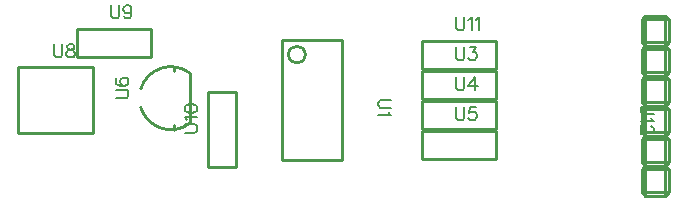
<source format=gto>
G04 ---------------------------- Layer name :TOP SILK LAYER*
G04 easyEDA 0.1*
G04 Scale: 100 percent, Rotated: No, Reflected: No *
G04 Dimensions in inches *
G04 leading zeros omitted , absolute positions ,2 integer and 4 * 
%FSLAX24Y24*%
%MOIN*%
G90*
G70D02*

%ADD10C,0.010000*%
%ADD11C,0.007000*%

%LPD*%
%LNVIA PAD TRACK COPPERAREA*%
G54D10*
G01X11800Y15400D02*
G01X11800Y11400D01*
G01X11800Y15400D02*
G01X10200Y15400D01*
G01X11800Y11400D02*
G01X9800Y11400D01*
G01X9800Y15400D02*
G01X9800Y11400D01*
G01X9800Y15400D02*
G01X10200Y15400D01*
G01X10200Y15400D02*
G01X10400Y15400D01*
G01X14460Y13430D02*
G01X14460Y14369D01*
G01X14460Y14369D02*
G01X16939Y14369D01*
G01X16939Y14369D02*
G01X16939Y13430D01*
G01X16939Y13430D02*
G01X14460Y13430D01*
G01X14460Y12430D02*
G01X14460Y13369D01*
G01X14460Y13369D02*
G01X16939Y13369D01*
G01X16939Y13369D02*
G01X16939Y12430D01*
G01X16939Y12430D02*
G01X14460Y12430D01*
G01X14460Y11430D02*
G01X14460Y12369D01*
G01X14460Y12369D02*
G01X16939Y12369D01*
G01X16939Y12369D02*
G01X16939Y11430D01*
G01X16939Y11430D02*
G01X14460Y11430D01*
G01X6750Y12630D02*
G01X6750Y14269D01*
G01X6200Y12400D02*
G01X6200Y12560D01*
G01X6200Y14340D02*
G01X6200Y14500D01*
G01X1000Y12300D02*
G01X3500Y12300D01*
G01X3500Y14500D01*
G01X1332Y14500D01*
G01X1000Y14500D01*
G01X1000Y12300D01*
G01X2960Y14830D02*
G01X2960Y15769D01*
G01X2960Y15769D02*
G01X5439Y15769D01*
G01X5439Y15769D02*
G01X5439Y14830D01*
G01X5439Y14830D02*
G01X2960Y14830D01*
G01X8269Y11160D02*
G01X7330Y11160D01*
G01X7330Y11160D02*
G01X7330Y13640D01*
G01X7330Y13640D02*
G01X8269Y13640D01*
G01X8269Y13640D02*
G01X8269Y11160D01*
G01X14460Y14430D02*
G01X14460Y15369D01*
G01X14460Y15369D02*
G01X16939Y15369D01*
G01X16939Y15369D02*
G01X16939Y14430D01*
G01X16939Y14430D02*
G01X14460Y14430D01*
G01X22700Y11080D02*
G01X22700Y10319D01*
G01X22700Y10319D02*
G01X22579Y10200D01*
G01X22579Y10200D02*
G01X21920Y10200D01*
G01X21920Y10200D02*
G01X21800Y10319D01*
G01X21800Y10319D02*
G01X21800Y11080D01*
G01X21800Y11080D02*
G01X21920Y11200D01*
G01X22579Y11200D02*
G01X22700Y11080D01*
G01X22579Y11200D02*
G01X22579Y10200D01*
G01X21920Y11200D02*
G01X21920Y10200D01*
G01X22700Y11080D02*
G01X21800Y11080D01*
G01X22700Y10319D02*
G01X21800Y10319D01*
G01X22700Y16080D02*
G01X22700Y15319D01*
G01X22700Y15319D02*
G01X22579Y15200D01*
G01X21920Y15200D02*
G01X21800Y15319D01*
G01X21800Y15319D02*
G01X21800Y16080D01*
G01X21800Y16080D02*
G01X21920Y16200D01*
G01X21920Y16200D02*
G01X22579Y16200D01*
G01X22579Y16200D02*
G01X22700Y16080D01*
G01X22579Y16200D02*
G01X22579Y15200D01*
G01X21920Y16200D02*
G01X21920Y15200D01*
G01X22700Y16080D02*
G01X21800Y16080D01*
G01X22700Y15319D02*
G01X21800Y15319D01*
G01X22700Y15080D02*
G01X22700Y14319D01*
G01X22700Y14319D02*
G01X22579Y14200D01*
G01X21920Y14200D02*
G01X21800Y14319D01*
G01X21800Y14319D02*
G01X21800Y15080D01*
G01X21800Y15080D02*
G01X21920Y15200D01*
G01X21920Y15200D02*
G01X22579Y15200D01*
G01X22579Y15200D02*
G01X22700Y15080D01*
G01X22579Y15200D02*
G01X22579Y14200D01*
G01X21920Y15200D02*
G01X21920Y14200D01*
G01X22700Y15080D02*
G01X21800Y15080D01*
G01X22700Y14319D02*
G01X21800Y14319D01*
G01X22700Y14080D02*
G01X22700Y13319D01*
G01X22700Y13319D02*
G01X22579Y13200D01*
G01X21920Y13200D02*
G01X21800Y13319D01*
G01X21800Y13319D02*
G01X21800Y14080D01*
G01X21800Y14080D02*
G01X21920Y14200D01*
G01X21920Y14200D02*
G01X22579Y14200D01*
G01X22579Y14200D02*
G01X22700Y14080D01*
G01X22579Y14200D02*
G01X22579Y13200D01*
G01X21920Y14200D02*
G01X21920Y13200D01*
G01X22700Y14080D02*
G01X21800Y14080D01*
G01X22700Y13319D02*
G01X21800Y13319D01*
G01X22700Y13080D02*
G01X22700Y12319D01*
G01X22700Y12319D02*
G01X22579Y12200D01*
G01X21920Y12200D02*
G01X21800Y12319D01*
G01X21800Y12319D02*
G01X21800Y13080D01*
G01X21800Y13080D02*
G01X21920Y13200D01*
G01X21920Y13200D02*
G01X22579Y13200D01*
G01X22579Y13200D02*
G01X22700Y13080D01*
G01X22579Y13200D02*
G01X22579Y12200D01*
G01X21920Y13200D02*
G01X21920Y12200D01*
G01X22700Y13080D02*
G01X21800Y13080D01*
G01X22700Y12319D02*
G01X21800Y12319D01*
G01X22700Y12080D02*
G01X22700Y11319D01*
G01X22700Y11319D02*
G01X22579Y11200D01*
G01X22579Y11200D02*
G01X21920Y11200D01*
G01X21920Y11200D02*
G01X21800Y11319D01*
G01X21800Y11319D02*
G01X21800Y12080D01*
G01X21800Y12080D02*
G01X21920Y12200D01*
G01X21920Y12200D02*
G01X22579Y12200D01*
G01X22579Y12200D02*
G01X22700Y12080D01*
G01X22579Y12200D02*
G01X22579Y11200D01*
G01X21920Y12200D02*
G01X21920Y11200D01*
G01X22700Y12080D02*
G01X21800Y12080D01*
G01X22700Y11319D02*
G01X21800Y11319D01*
G54D11*
G01X13444Y13400D02*
G01X13138Y13400D01*
G01X13076Y13380D01*
G01X13036Y13338D01*
G01X13016Y13277D01*
G01X13016Y13236D01*
G01X13036Y13175D01*
G01X13076Y13134D01*
G01X13138Y13113D01*
G01X13444Y13113D01*
G01X13363Y12979D02*
G01X13383Y12938D01*
G01X13444Y12876D01*
G01X13016Y12876D01*
G01X15600Y15144D02*
G01X15600Y14838D01*
G01X15619Y14777D01*
G01X15661Y14736D01*
G01X15723Y14716D01*
G01X15763Y14716D01*
G01X15825Y14736D01*
G01X15866Y14777D01*
G01X15886Y14838D01*
G01X15886Y15144D01*
G01X16062Y15144D02*
G01X16287Y15144D01*
G01X16164Y14982D01*
G01X16226Y14982D01*
G01X16267Y14961D01*
G01X16287Y14941D01*
G01X16307Y14880D01*
G01X16307Y14838D01*
G01X16287Y14777D01*
G01X16245Y14736D01*
G01X16185Y14716D01*
G01X16124Y14716D01*
G01X16062Y14736D01*
G01X16042Y14757D01*
G01X16020Y14797D01*
G01X15600Y14144D02*
G01X15600Y13838D01*
G01X15619Y13777D01*
G01X15661Y13736D01*
G01X15723Y13716D01*
G01X15763Y13716D01*
G01X15825Y13736D01*
G01X15866Y13777D01*
G01X15886Y13838D01*
G01X15886Y14144D01*
G01X16226Y14144D02*
G01X16020Y13859D01*
G01X16327Y13859D01*
G01X16226Y14144D02*
G01X16226Y13716D01*
G01X15600Y13144D02*
G01X15600Y12838D01*
G01X15619Y12777D01*
G01X15661Y12736D01*
G01X15723Y12716D01*
G01X15763Y12716D01*
G01X15825Y12736D01*
G01X15866Y12777D01*
G01X15886Y12838D01*
G01X15886Y13144D01*
G01X16267Y13144D02*
G01X16062Y13144D01*
G01X16042Y12961D01*
G01X16062Y12982D01*
G01X16124Y13002D01*
G01X16185Y13002D01*
G01X16245Y12982D01*
G01X16287Y12941D01*
G01X16307Y12880D01*
G01X16307Y12838D01*
G01X16287Y12777D01*
G01X16245Y12736D01*
G01X16185Y12716D01*
G01X16124Y12716D01*
G01X16062Y12736D01*
G01X16042Y12757D01*
G01X16020Y12797D01*
G01X4255Y13450D02*
G01X4561Y13450D01*
G01X4623Y13469D01*
G01X4663Y13511D01*
G01X4683Y13572D01*
G01X4683Y13613D01*
G01X4663Y13675D01*
G01X4623Y13716D01*
G01X4561Y13736D01*
G01X4255Y13736D01*
G01X4316Y14116D02*
G01X4275Y14096D01*
G01X4255Y14035D01*
G01X4255Y13994D01*
G01X4275Y13933D01*
G01X4336Y13891D01*
G01X4438Y13871D01*
G01X4541Y13871D01*
G01X4623Y13891D01*
G01X4663Y13933D01*
G01X4683Y13994D01*
G01X4683Y14015D01*
G01X4663Y14076D01*
G01X4623Y14116D01*
G01X4561Y14137D01*
G01X4541Y14137D01*
G01X4480Y14116D01*
G01X4438Y14076D01*
G01X4418Y14015D01*
G01X4418Y13994D01*
G01X4438Y13933D01*
G01X4480Y13891D01*
G01X4541Y13871D01*
G01X2200Y15244D02*
G01X2200Y14938D01*
G01X2219Y14877D01*
G01X2261Y14836D01*
G01X2323Y14816D01*
G01X2363Y14816D01*
G01X2425Y14836D01*
G01X2466Y14877D01*
G01X2486Y14938D01*
G01X2486Y15244D01*
G01X2724Y15244D02*
G01X2662Y15225D01*
G01X2642Y15184D01*
G01X2642Y15143D01*
G01X2662Y15102D01*
G01X2702Y15082D01*
G01X2785Y15061D01*
G01X2845Y15041D01*
G01X2887Y15000D01*
G01X2907Y14959D01*
G01X2907Y14897D01*
G01X2887Y14857D01*
G01X2867Y14836D01*
G01X2805Y14816D01*
G01X2724Y14816D01*
G01X2662Y14836D01*
G01X2642Y14857D01*
G01X2620Y14897D01*
G01X2620Y14959D01*
G01X2642Y15000D01*
G01X2682Y15041D01*
G01X2744Y15061D01*
G01X2825Y15082D01*
G01X2867Y15102D01*
G01X2887Y15143D01*
G01X2887Y15184D01*
G01X2867Y15225D01*
G01X2805Y15244D01*
G01X2724Y15244D01*
G01X4100Y16545D02*
G01X4100Y16238D01*
G01X4119Y16177D01*
G01X4161Y16136D01*
G01X4223Y16116D01*
G01X4263Y16116D01*
G01X4325Y16136D01*
G01X4366Y16177D01*
G01X4386Y16238D01*
G01X4386Y16545D01*
G01X4787Y16402D02*
G01X4767Y16341D01*
G01X4725Y16300D01*
G01X4664Y16280D01*
G01X4644Y16280D01*
G01X4582Y16300D01*
G01X4542Y16341D01*
G01X4520Y16402D01*
G01X4520Y16423D01*
G01X4542Y16484D01*
G01X4582Y16525D01*
G01X4644Y16545D01*
G01X4664Y16545D01*
G01X4725Y16525D01*
G01X4767Y16484D01*
G01X4787Y16402D01*
G01X4787Y16300D01*
G01X4767Y16197D01*
G01X4725Y16136D01*
G01X4664Y16116D01*
G01X4624Y16116D01*
G01X4562Y16136D01*
G01X4542Y16177D01*
G01X6555Y12300D02*
G01X6861Y12300D01*
G01X6923Y12319D01*
G01X6963Y12361D01*
G01X6983Y12422D01*
G01X6983Y12463D01*
G01X6963Y12525D01*
G01X6923Y12566D01*
G01X6861Y12586D01*
G01X6555Y12586D01*
G01X6636Y12721D02*
G01X6616Y12762D01*
G01X6555Y12824D01*
G01X6983Y12824D01*
G01X6555Y13081D02*
G01X6575Y13019D01*
G01X6636Y12979D01*
G01X6738Y12959D01*
G01X6800Y12959D01*
G01X6901Y12979D01*
G01X6963Y13019D01*
G01X6983Y13081D01*
G01X6983Y13122D01*
G01X6963Y13184D01*
G01X6901Y13225D01*
G01X6800Y13244D01*
G01X6738Y13244D01*
G01X6636Y13225D01*
G01X6575Y13184D01*
G01X6555Y13122D01*
G01X6555Y13081D01*
G01X15600Y16144D02*
G01X15600Y15838D01*
G01X15619Y15777D01*
G01X15661Y15736D01*
G01X15723Y15716D01*
G01X15763Y15716D01*
G01X15825Y15736D01*
G01X15866Y15777D01*
G01X15886Y15838D01*
G01X15886Y16144D01*
G01X16020Y16063D02*
G01X16062Y16084D01*
G01X16124Y16144D01*
G01X16124Y15716D01*
G01X16258Y16063D02*
G01X16300Y16084D01*
G01X16361Y16144D01*
G01X16361Y15716D01*
G01X22195Y13200D02*
G01X21889Y13200D01*
G01X21827Y13180D01*
G01X21786Y13138D01*
G01X21765Y13077D01*
G01X21765Y13036D01*
G01X21786Y12975D01*
G01X21827Y12934D01*
G01X21889Y12913D01*
G01X22195Y12913D01*
G01X22114Y12779D02*
G01X22134Y12738D01*
G01X22195Y12676D01*
G01X21765Y12676D01*
G01X22092Y12521D02*
G01X22114Y12521D01*
G01X22154Y12500D01*
G01X22175Y12480D01*
G01X22195Y12438D01*
G01X22195Y12357D01*
G01X22175Y12316D01*
G01X22154Y12296D01*
G01X22114Y12275D01*
G01X22073Y12275D01*
G01X22032Y12296D01*
G01X21970Y12337D01*
G01X21765Y12541D01*
G01X21765Y12255D01*
G54D10*
G75*
G01X6750Y12625D02*
G02X5097Y13140I-650J824D01*
G01*
G75*
G01X5097Y13760D02*
G02X6750Y14275I1003J-310D01*
G01*
G75*
G01X10580Y14900D02*
G03X10580Y14900I-280J0D01*
G01*

M00*
M02*
</source>
